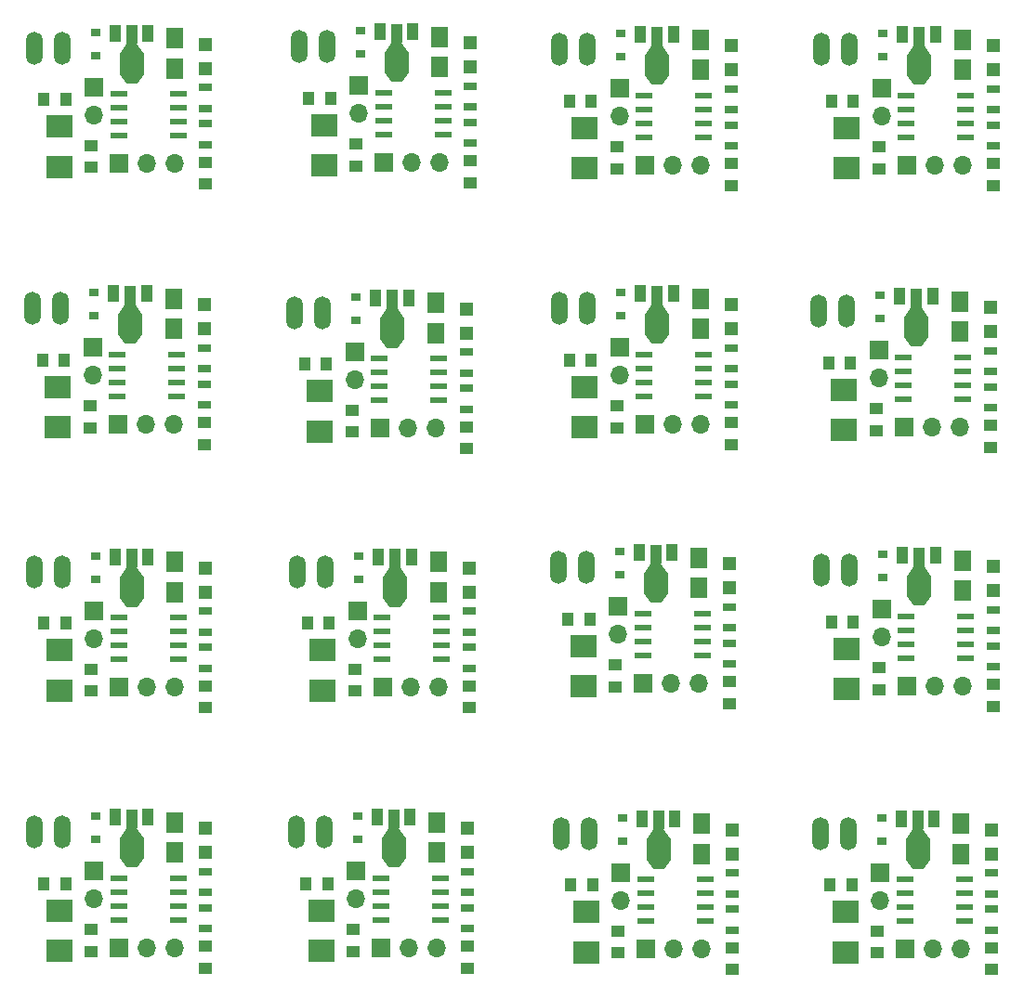
<source format=gts>
G04 #@! TF.FileFunction,Soldermask,Top*
%FSLAX46Y46*%
G04 Gerber Fmt 4.6, Leading zero omitted, Abs format (unit mm)*
G04 Created by KiCad (PCBNEW 4.0.7) date Fri May 25 13:22:47 2018*
%MOMM*%
%LPD*%
G01*
G04 APERTURE LIST*
%ADD10C,0.150000*%
%ADD11R,1.000000X1.250000*%
%ADD12R,1.250000X1.000000*%
%ADD13R,1.500000X1.950000*%
%ADD14R,1.200000X1.200000*%
%ADD15R,0.900000X0.800000*%
%ADD16R,1.550000X0.600000*%
%ADD17O,1.510000X3.010000*%
%ADD18R,1.300000X0.700000*%
%ADD19R,1.000000X1.500000*%
%ADD20R,1.000000X1.800000*%
%ADD21R,2.200000X1.840000*%
%ADD22R,2.400000X2.000000*%
%ADD23R,1.700000X1.700000*%
%ADD24O,1.700000X1.700000*%
G04 APERTURE END LIST*
D10*
D11*
X86852000Y-115062000D03*
X84852000Y-115062000D03*
D12*
X99568000Y-122793000D03*
X99568000Y-120793000D03*
X89154000Y-119269000D03*
X89154000Y-121269000D03*
D13*
X96774000Y-109496000D03*
X96774000Y-112246000D03*
D14*
X99568000Y-110025000D03*
X99568000Y-112225000D03*
D15*
X89535000Y-108932000D03*
X89535000Y-111032000D03*
D16*
X91661000Y-114554000D03*
X91661000Y-115824000D03*
X91661000Y-117094000D03*
X91661000Y-118364000D03*
X97061000Y-118364000D03*
X97061000Y-117094000D03*
X97061000Y-115824000D03*
X97061000Y-114554000D03*
D17*
X86487000Y-110363000D03*
X83947000Y-110363000D03*
D18*
X99568000Y-119187000D03*
X99568000Y-117287000D03*
X99568000Y-113985000D03*
X99568000Y-115885000D03*
D10*
G36*
X93937000Y-112732000D02*
X93337000Y-113582000D01*
X92337000Y-113582000D01*
X91737000Y-112732000D01*
X93937000Y-112732000D01*
X93937000Y-112732000D01*
G37*
D19*
X94337000Y-109010000D03*
D20*
X92837000Y-109156500D03*
D19*
X91337000Y-109010000D03*
D21*
X92837000Y-111823500D03*
D10*
G36*
X91737000Y-110913800D02*
X92437000Y-109913800D01*
X93237000Y-109913800D01*
X93937000Y-110913800D01*
X91737000Y-110913800D01*
X91737000Y-110913800D01*
G37*
D22*
X86233000Y-117530000D03*
X86233000Y-121230000D03*
D23*
X89408000Y-113919000D03*
D24*
X89408000Y-116459000D03*
D23*
X91694000Y-120904000D03*
D24*
X94234000Y-120904000D03*
X96774000Y-120904000D03*
D11*
X62722000Y-114935000D03*
X60722000Y-114935000D03*
D12*
X75438000Y-122666000D03*
X75438000Y-120666000D03*
X65024000Y-119142000D03*
X65024000Y-121142000D03*
D13*
X72644000Y-109369000D03*
X72644000Y-112119000D03*
D14*
X75438000Y-109898000D03*
X75438000Y-112098000D03*
D15*
X65405000Y-108805000D03*
X65405000Y-110905000D03*
D16*
X67531000Y-114427000D03*
X67531000Y-115697000D03*
X67531000Y-116967000D03*
X67531000Y-118237000D03*
X72931000Y-118237000D03*
X72931000Y-116967000D03*
X72931000Y-115697000D03*
X72931000Y-114427000D03*
D17*
X62357000Y-110236000D03*
X59817000Y-110236000D03*
D18*
X75438000Y-119060000D03*
X75438000Y-117160000D03*
X75438000Y-113858000D03*
X75438000Y-115758000D03*
D10*
G36*
X69807000Y-112605000D02*
X69207000Y-113455000D01*
X68207000Y-113455000D01*
X67607000Y-112605000D01*
X69807000Y-112605000D01*
X69807000Y-112605000D01*
G37*
D19*
X70207000Y-108883000D03*
D20*
X68707000Y-109029500D03*
D19*
X67207000Y-108883000D03*
D21*
X68707000Y-111696500D03*
D10*
G36*
X67607000Y-110786800D02*
X68307000Y-109786800D01*
X69107000Y-109786800D01*
X69807000Y-110786800D01*
X67607000Y-110786800D01*
X67607000Y-110786800D01*
G37*
D22*
X62103000Y-117403000D03*
X62103000Y-121103000D03*
D23*
X65278000Y-113792000D03*
D24*
X65278000Y-116332000D03*
D23*
X67564000Y-120777000D03*
D24*
X70104000Y-120777000D03*
X72644000Y-120777000D03*
D11*
X38846000Y-114935000D03*
X36846000Y-114935000D03*
D12*
X51562000Y-122666000D03*
X51562000Y-120666000D03*
X41148000Y-119142000D03*
X41148000Y-121142000D03*
D13*
X48768000Y-109369000D03*
X48768000Y-112119000D03*
D14*
X51562000Y-109898000D03*
X51562000Y-112098000D03*
D15*
X41529000Y-108805000D03*
X41529000Y-110905000D03*
D16*
X43655000Y-114427000D03*
X43655000Y-115697000D03*
X43655000Y-116967000D03*
X43655000Y-118237000D03*
X49055000Y-118237000D03*
X49055000Y-116967000D03*
X49055000Y-115697000D03*
X49055000Y-114427000D03*
D17*
X38481000Y-110236000D03*
X35941000Y-110236000D03*
D18*
X51562000Y-119060000D03*
X51562000Y-117160000D03*
X51562000Y-113858000D03*
X51562000Y-115758000D03*
D10*
G36*
X45931000Y-112605000D02*
X45331000Y-113455000D01*
X44331000Y-113455000D01*
X43731000Y-112605000D01*
X45931000Y-112605000D01*
X45931000Y-112605000D01*
G37*
D19*
X46331000Y-108883000D03*
D20*
X44831000Y-109029500D03*
D19*
X43331000Y-108883000D03*
D21*
X44831000Y-111696500D03*
D10*
G36*
X43731000Y-110786800D02*
X44431000Y-109786800D01*
X45231000Y-109786800D01*
X45931000Y-110786800D01*
X43731000Y-110786800D01*
X43731000Y-110786800D01*
G37*
D22*
X38227000Y-117403000D03*
X38227000Y-121103000D03*
D23*
X41402000Y-113792000D03*
D24*
X41402000Y-116332000D03*
D23*
X43688000Y-120777000D03*
D24*
X46228000Y-120777000D03*
X48768000Y-120777000D03*
D11*
X110601000Y-91059000D03*
X108601000Y-91059000D03*
D12*
X123317000Y-98790000D03*
X123317000Y-96790000D03*
X112903000Y-95266000D03*
X112903000Y-97266000D03*
D13*
X120523000Y-85493000D03*
X120523000Y-88243000D03*
D14*
X123317000Y-86022000D03*
X123317000Y-88222000D03*
D15*
X113284000Y-84929000D03*
X113284000Y-87029000D03*
D16*
X115410000Y-90551000D03*
X115410000Y-91821000D03*
X115410000Y-93091000D03*
X115410000Y-94361000D03*
X120810000Y-94361000D03*
X120810000Y-93091000D03*
X120810000Y-91821000D03*
X120810000Y-90551000D03*
D17*
X110236000Y-86360000D03*
X107696000Y-86360000D03*
D18*
X123317000Y-95184000D03*
X123317000Y-93284000D03*
X123317000Y-89982000D03*
X123317000Y-91882000D03*
D10*
G36*
X117686000Y-88729000D02*
X117086000Y-89579000D01*
X116086000Y-89579000D01*
X115486000Y-88729000D01*
X117686000Y-88729000D01*
X117686000Y-88729000D01*
G37*
D19*
X118086000Y-85007000D03*
D20*
X116586000Y-85153500D03*
D19*
X115086000Y-85007000D03*
D21*
X116586000Y-87820500D03*
D10*
G36*
X115486000Y-86910800D02*
X116186000Y-85910800D01*
X116986000Y-85910800D01*
X117686000Y-86910800D01*
X115486000Y-86910800D01*
X115486000Y-86910800D01*
G37*
D22*
X109982000Y-93527000D03*
X109982000Y-97227000D03*
D23*
X113157000Y-89916000D03*
D24*
X113157000Y-92456000D03*
D23*
X115443000Y-96901000D03*
D24*
X117983000Y-96901000D03*
X120523000Y-96901000D03*
D11*
X86598000Y-90805000D03*
X84598000Y-90805000D03*
D12*
X99314000Y-98536000D03*
X99314000Y-96536000D03*
X88900000Y-95012000D03*
X88900000Y-97012000D03*
D13*
X96520000Y-85239000D03*
X96520000Y-87989000D03*
D14*
X99314000Y-85768000D03*
X99314000Y-87968000D03*
D15*
X89281000Y-84675000D03*
X89281000Y-86775000D03*
D16*
X91407000Y-90297000D03*
X91407000Y-91567000D03*
X91407000Y-92837000D03*
X91407000Y-94107000D03*
X96807000Y-94107000D03*
X96807000Y-92837000D03*
X96807000Y-91567000D03*
X96807000Y-90297000D03*
D17*
X86233000Y-86106000D03*
X83693000Y-86106000D03*
D18*
X99314000Y-94930000D03*
X99314000Y-93030000D03*
X99314000Y-89728000D03*
X99314000Y-91628000D03*
D10*
G36*
X93683000Y-88475000D02*
X93083000Y-89325000D01*
X92083000Y-89325000D01*
X91483000Y-88475000D01*
X93683000Y-88475000D01*
X93683000Y-88475000D01*
G37*
D19*
X94083000Y-84753000D03*
D20*
X92583000Y-84899500D03*
D19*
X91083000Y-84753000D03*
D21*
X92583000Y-87566500D03*
D10*
G36*
X91483000Y-86656800D02*
X92183000Y-85656800D01*
X92983000Y-85656800D01*
X93683000Y-86656800D01*
X91483000Y-86656800D01*
X91483000Y-86656800D01*
G37*
D22*
X85979000Y-93273000D03*
X85979000Y-96973000D03*
D23*
X89154000Y-89662000D03*
D24*
X89154000Y-92202000D03*
D23*
X91440000Y-96647000D03*
D24*
X93980000Y-96647000D03*
X96520000Y-96647000D03*
D11*
X62849000Y-91186000D03*
X60849000Y-91186000D03*
D12*
X75565000Y-98917000D03*
X75565000Y-96917000D03*
X65151000Y-95393000D03*
X65151000Y-97393000D03*
D13*
X72771000Y-85620000D03*
X72771000Y-88370000D03*
D14*
X75565000Y-86149000D03*
X75565000Y-88349000D03*
D15*
X65532000Y-85056000D03*
X65532000Y-87156000D03*
D16*
X67658000Y-90678000D03*
X67658000Y-91948000D03*
X67658000Y-93218000D03*
X67658000Y-94488000D03*
X73058000Y-94488000D03*
X73058000Y-93218000D03*
X73058000Y-91948000D03*
X73058000Y-90678000D03*
D17*
X62484000Y-86487000D03*
X59944000Y-86487000D03*
D18*
X75565000Y-95311000D03*
X75565000Y-93411000D03*
X75565000Y-90109000D03*
X75565000Y-92009000D03*
D10*
G36*
X69934000Y-88856000D02*
X69334000Y-89706000D01*
X68334000Y-89706000D01*
X67734000Y-88856000D01*
X69934000Y-88856000D01*
X69934000Y-88856000D01*
G37*
D19*
X70334000Y-85134000D03*
D20*
X68834000Y-85280500D03*
D19*
X67334000Y-85134000D03*
D21*
X68834000Y-87947500D03*
D10*
G36*
X67734000Y-87037800D02*
X68434000Y-86037800D01*
X69234000Y-86037800D01*
X69934000Y-87037800D01*
X67734000Y-87037800D01*
X67734000Y-87037800D01*
G37*
D22*
X62230000Y-93654000D03*
X62230000Y-97354000D03*
D23*
X65405000Y-90043000D03*
D24*
X65405000Y-92583000D03*
D23*
X67691000Y-97028000D03*
D24*
X70231000Y-97028000D03*
X72771000Y-97028000D03*
D11*
X38846000Y-91186000D03*
X36846000Y-91186000D03*
D12*
X51562000Y-98917000D03*
X51562000Y-96917000D03*
X41148000Y-95393000D03*
X41148000Y-97393000D03*
D13*
X48768000Y-85620000D03*
X48768000Y-88370000D03*
D14*
X51562000Y-86149000D03*
X51562000Y-88349000D03*
D15*
X41529000Y-85056000D03*
X41529000Y-87156000D03*
D16*
X43655000Y-90678000D03*
X43655000Y-91948000D03*
X43655000Y-93218000D03*
X43655000Y-94488000D03*
X49055000Y-94488000D03*
X49055000Y-93218000D03*
X49055000Y-91948000D03*
X49055000Y-90678000D03*
D17*
X38481000Y-86487000D03*
X35941000Y-86487000D03*
D18*
X51562000Y-95311000D03*
X51562000Y-93411000D03*
X51562000Y-90109000D03*
X51562000Y-92009000D03*
D10*
G36*
X45931000Y-88856000D02*
X45331000Y-89706000D01*
X44331000Y-89706000D01*
X43731000Y-88856000D01*
X45931000Y-88856000D01*
X45931000Y-88856000D01*
G37*
D19*
X46331000Y-85134000D03*
D20*
X44831000Y-85280500D03*
D19*
X43331000Y-85134000D03*
D21*
X44831000Y-87947500D03*
D10*
G36*
X43731000Y-87037800D02*
X44431000Y-86037800D01*
X45231000Y-86037800D01*
X45931000Y-87037800D01*
X43731000Y-87037800D01*
X43731000Y-87037800D01*
G37*
D22*
X38227000Y-93654000D03*
X38227000Y-97354000D03*
D23*
X41402000Y-90043000D03*
D24*
X41402000Y-92583000D03*
D23*
X43688000Y-97028000D03*
D24*
X46228000Y-97028000D03*
X48768000Y-97028000D03*
D23*
X115316000Y-120904000D03*
D24*
X117856000Y-120904000D03*
X120396000Y-120904000D03*
D23*
X113030000Y-113919000D03*
D24*
X113030000Y-116459000D03*
D22*
X109855000Y-117530000D03*
X109855000Y-121230000D03*
D10*
G36*
X117559000Y-112732000D02*
X116959000Y-113582000D01*
X115959000Y-113582000D01*
X115359000Y-112732000D01*
X117559000Y-112732000D01*
X117559000Y-112732000D01*
G37*
D19*
X117959000Y-109010000D03*
D20*
X116459000Y-109156500D03*
D19*
X114959000Y-109010000D03*
D21*
X116459000Y-111823500D03*
D10*
G36*
X115359000Y-110913800D02*
X116059000Y-109913800D01*
X116859000Y-109913800D01*
X117559000Y-110913800D01*
X115359000Y-110913800D01*
X115359000Y-110913800D01*
G37*
D18*
X123190000Y-113985000D03*
X123190000Y-115885000D03*
X123190000Y-119187000D03*
X123190000Y-117287000D03*
D17*
X110109000Y-110363000D03*
X107569000Y-110363000D03*
D16*
X115283000Y-114554000D03*
X115283000Y-115824000D03*
X115283000Y-117094000D03*
X115283000Y-118364000D03*
X120683000Y-118364000D03*
X120683000Y-117094000D03*
X120683000Y-115824000D03*
X120683000Y-114554000D03*
D15*
X113157000Y-108932000D03*
X113157000Y-111032000D03*
D14*
X123190000Y-110025000D03*
X123190000Y-112225000D03*
D13*
X120396000Y-109496000D03*
X120396000Y-112246000D03*
D12*
X112776000Y-119269000D03*
X112776000Y-121269000D03*
X123190000Y-122793000D03*
X123190000Y-120793000D03*
D11*
X110474000Y-115062000D03*
X108474000Y-115062000D03*
D23*
X91567000Y-73025000D03*
D24*
X94107000Y-73025000D03*
X96647000Y-73025000D03*
D23*
X89281000Y-66040000D03*
D24*
X89281000Y-68580000D03*
D22*
X86106000Y-69651000D03*
X86106000Y-73351000D03*
D10*
G36*
X93810000Y-64853000D02*
X93210000Y-65703000D01*
X92210000Y-65703000D01*
X91610000Y-64853000D01*
X93810000Y-64853000D01*
X93810000Y-64853000D01*
G37*
D19*
X94210000Y-61131000D03*
D20*
X92710000Y-61277500D03*
D19*
X91210000Y-61131000D03*
D21*
X92710000Y-63944500D03*
D10*
G36*
X91610000Y-63034800D02*
X92310000Y-62034800D01*
X93110000Y-62034800D01*
X93810000Y-63034800D01*
X91610000Y-63034800D01*
X91610000Y-63034800D01*
G37*
D18*
X99441000Y-66106000D03*
X99441000Y-68006000D03*
X99441000Y-71308000D03*
X99441000Y-69408000D03*
D17*
X86360000Y-62484000D03*
X83820000Y-62484000D03*
D16*
X91534000Y-66675000D03*
X91534000Y-67945000D03*
X91534000Y-69215000D03*
X91534000Y-70485000D03*
X96934000Y-70485000D03*
X96934000Y-69215000D03*
X96934000Y-67945000D03*
X96934000Y-66675000D03*
D15*
X89408000Y-61053000D03*
X89408000Y-63153000D03*
D14*
X99441000Y-62146000D03*
X99441000Y-64346000D03*
D13*
X96647000Y-61617000D03*
X96647000Y-64367000D03*
D12*
X89027000Y-71390000D03*
X89027000Y-73390000D03*
X99441000Y-74914000D03*
X99441000Y-72914000D03*
D11*
X86725000Y-67183000D03*
X84725000Y-67183000D03*
D23*
X67437000Y-73406000D03*
D24*
X69977000Y-73406000D03*
X72517000Y-73406000D03*
D23*
X65151000Y-66421000D03*
D24*
X65151000Y-68961000D03*
D22*
X61976000Y-70032000D03*
X61976000Y-73732000D03*
D10*
G36*
X69680000Y-65234000D02*
X69080000Y-66084000D01*
X68080000Y-66084000D01*
X67480000Y-65234000D01*
X69680000Y-65234000D01*
X69680000Y-65234000D01*
G37*
D19*
X70080000Y-61512000D03*
D20*
X68580000Y-61658500D03*
D19*
X67080000Y-61512000D03*
D21*
X68580000Y-64325500D03*
D10*
G36*
X67480000Y-63415800D02*
X68180000Y-62415800D01*
X68980000Y-62415800D01*
X69680000Y-63415800D01*
X67480000Y-63415800D01*
X67480000Y-63415800D01*
G37*
D18*
X75311000Y-66487000D03*
X75311000Y-68387000D03*
X75311000Y-71689000D03*
X75311000Y-69789000D03*
D17*
X62230000Y-62865000D03*
X59690000Y-62865000D03*
D16*
X67404000Y-67056000D03*
X67404000Y-68326000D03*
X67404000Y-69596000D03*
X67404000Y-70866000D03*
X72804000Y-70866000D03*
X72804000Y-69596000D03*
X72804000Y-68326000D03*
X72804000Y-67056000D03*
D15*
X65278000Y-61434000D03*
X65278000Y-63534000D03*
D14*
X75311000Y-62527000D03*
X75311000Y-64727000D03*
D13*
X72517000Y-61998000D03*
X72517000Y-64748000D03*
D12*
X64897000Y-71771000D03*
X64897000Y-73771000D03*
X75311000Y-75295000D03*
X75311000Y-73295000D03*
D11*
X62595000Y-67564000D03*
X60595000Y-67564000D03*
D23*
X43561000Y-73025000D03*
D24*
X46101000Y-73025000D03*
X48641000Y-73025000D03*
D23*
X41275000Y-66040000D03*
D24*
X41275000Y-68580000D03*
D22*
X38100000Y-69651000D03*
X38100000Y-73351000D03*
D10*
G36*
X45804000Y-64853000D02*
X45204000Y-65703000D01*
X44204000Y-65703000D01*
X43604000Y-64853000D01*
X45804000Y-64853000D01*
X45804000Y-64853000D01*
G37*
D19*
X46204000Y-61131000D03*
D20*
X44704000Y-61277500D03*
D19*
X43204000Y-61131000D03*
D21*
X44704000Y-63944500D03*
D10*
G36*
X43604000Y-63034800D02*
X44304000Y-62034800D01*
X45104000Y-62034800D01*
X45804000Y-63034800D01*
X43604000Y-63034800D01*
X43604000Y-63034800D01*
G37*
D18*
X51435000Y-66106000D03*
X51435000Y-68006000D03*
X51435000Y-71308000D03*
X51435000Y-69408000D03*
D17*
X38354000Y-62484000D03*
X35814000Y-62484000D03*
D16*
X43528000Y-66675000D03*
X43528000Y-67945000D03*
X43528000Y-69215000D03*
X43528000Y-70485000D03*
X48928000Y-70485000D03*
X48928000Y-69215000D03*
X48928000Y-67945000D03*
X48928000Y-66675000D03*
D15*
X41402000Y-61053000D03*
X41402000Y-63153000D03*
D14*
X51435000Y-62146000D03*
X51435000Y-64346000D03*
D13*
X48641000Y-61617000D03*
X48641000Y-64367000D03*
D12*
X41021000Y-71390000D03*
X41021000Y-73390000D03*
X51435000Y-74914000D03*
X51435000Y-72914000D03*
D11*
X38719000Y-67183000D03*
X36719000Y-67183000D03*
D23*
X115443000Y-49403000D03*
D24*
X117983000Y-49403000D03*
X120523000Y-49403000D03*
D23*
X113157000Y-42418000D03*
D24*
X113157000Y-44958000D03*
D22*
X109982000Y-46029000D03*
X109982000Y-49729000D03*
D10*
G36*
X117686000Y-41231000D02*
X117086000Y-42081000D01*
X116086000Y-42081000D01*
X115486000Y-41231000D01*
X117686000Y-41231000D01*
X117686000Y-41231000D01*
G37*
D19*
X118086000Y-37509000D03*
D20*
X116586000Y-37655500D03*
D19*
X115086000Y-37509000D03*
D21*
X116586000Y-40322500D03*
D10*
G36*
X115486000Y-39412800D02*
X116186000Y-38412800D01*
X116986000Y-38412800D01*
X117686000Y-39412800D01*
X115486000Y-39412800D01*
X115486000Y-39412800D01*
G37*
D18*
X123317000Y-42484000D03*
X123317000Y-44384000D03*
X123317000Y-47686000D03*
X123317000Y-45786000D03*
D17*
X110236000Y-38862000D03*
X107696000Y-38862000D03*
D16*
X115410000Y-43053000D03*
X115410000Y-44323000D03*
X115410000Y-45593000D03*
X115410000Y-46863000D03*
X120810000Y-46863000D03*
X120810000Y-45593000D03*
X120810000Y-44323000D03*
X120810000Y-43053000D03*
D15*
X113284000Y-37431000D03*
X113284000Y-39531000D03*
D14*
X123317000Y-38524000D03*
X123317000Y-40724000D03*
D13*
X120523000Y-37995000D03*
X120523000Y-40745000D03*
D12*
X112903000Y-47768000D03*
X112903000Y-49768000D03*
X123317000Y-51292000D03*
X123317000Y-49292000D03*
D11*
X110601000Y-43561000D03*
X108601000Y-43561000D03*
D23*
X91567000Y-49403000D03*
D24*
X94107000Y-49403000D03*
X96647000Y-49403000D03*
D23*
X89281000Y-42418000D03*
D24*
X89281000Y-44958000D03*
D22*
X86106000Y-46029000D03*
X86106000Y-49729000D03*
D10*
G36*
X93810000Y-41231000D02*
X93210000Y-42081000D01*
X92210000Y-42081000D01*
X91610000Y-41231000D01*
X93810000Y-41231000D01*
X93810000Y-41231000D01*
G37*
D19*
X94210000Y-37509000D03*
D20*
X92710000Y-37655500D03*
D19*
X91210000Y-37509000D03*
D21*
X92710000Y-40322500D03*
D10*
G36*
X91610000Y-39412800D02*
X92310000Y-38412800D01*
X93110000Y-38412800D01*
X93810000Y-39412800D01*
X91610000Y-39412800D01*
X91610000Y-39412800D01*
G37*
D18*
X99441000Y-42484000D03*
X99441000Y-44384000D03*
X99441000Y-47686000D03*
X99441000Y-45786000D03*
D17*
X86360000Y-38862000D03*
X83820000Y-38862000D03*
D16*
X91534000Y-43053000D03*
X91534000Y-44323000D03*
X91534000Y-45593000D03*
X91534000Y-46863000D03*
X96934000Y-46863000D03*
X96934000Y-45593000D03*
X96934000Y-44323000D03*
X96934000Y-43053000D03*
D15*
X89408000Y-37431000D03*
X89408000Y-39531000D03*
D14*
X99441000Y-38524000D03*
X99441000Y-40724000D03*
D13*
X96647000Y-37995000D03*
X96647000Y-40745000D03*
D12*
X89027000Y-47768000D03*
X89027000Y-49768000D03*
X99441000Y-51292000D03*
X99441000Y-49292000D03*
D11*
X86725000Y-43561000D03*
X84725000Y-43561000D03*
X110347000Y-67437000D03*
X108347000Y-67437000D03*
D12*
X123063000Y-75168000D03*
X123063000Y-73168000D03*
X112649000Y-71644000D03*
X112649000Y-73644000D03*
D13*
X120269000Y-61871000D03*
X120269000Y-64621000D03*
D14*
X123063000Y-62400000D03*
X123063000Y-64600000D03*
D15*
X113030000Y-61307000D03*
X113030000Y-63407000D03*
D16*
X115156000Y-66929000D03*
X115156000Y-68199000D03*
X115156000Y-69469000D03*
X115156000Y-70739000D03*
X120556000Y-70739000D03*
X120556000Y-69469000D03*
X120556000Y-68199000D03*
X120556000Y-66929000D03*
D17*
X109982000Y-62738000D03*
X107442000Y-62738000D03*
D18*
X123063000Y-71562000D03*
X123063000Y-69662000D03*
X123063000Y-66360000D03*
X123063000Y-68260000D03*
D10*
G36*
X117432000Y-65107000D02*
X116832000Y-65957000D01*
X115832000Y-65957000D01*
X115232000Y-65107000D01*
X117432000Y-65107000D01*
X117432000Y-65107000D01*
G37*
D19*
X117832000Y-61385000D03*
D20*
X116332000Y-61531500D03*
D19*
X114832000Y-61385000D03*
D21*
X116332000Y-64198500D03*
D10*
G36*
X115232000Y-63288800D02*
X115932000Y-62288800D01*
X116732000Y-62288800D01*
X117432000Y-63288800D01*
X115232000Y-63288800D01*
X115232000Y-63288800D01*
G37*
D22*
X109728000Y-69905000D03*
X109728000Y-73605000D03*
D23*
X112903000Y-66294000D03*
D24*
X112903000Y-68834000D03*
D23*
X115189000Y-73279000D03*
D24*
X117729000Y-73279000D03*
X120269000Y-73279000D03*
D23*
X67818000Y-49149000D03*
D24*
X70358000Y-49149000D03*
X72898000Y-49149000D03*
D23*
X65532000Y-42164000D03*
D24*
X65532000Y-44704000D03*
D22*
X62357000Y-45775000D03*
X62357000Y-49475000D03*
D10*
G36*
X70061000Y-40977000D02*
X69461000Y-41827000D01*
X68461000Y-41827000D01*
X67861000Y-40977000D01*
X70061000Y-40977000D01*
X70061000Y-40977000D01*
G37*
D19*
X70461000Y-37255000D03*
D20*
X68961000Y-37401500D03*
D19*
X67461000Y-37255000D03*
D21*
X68961000Y-40068500D03*
D10*
G36*
X67861000Y-39158800D02*
X68561000Y-38158800D01*
X69361000Y-38158800D01*
X70061000Y-39158800D01*
X67861000Y-39158800D01*
X67861000Y-39158800D01*
G37*
D18*
X75692000Y-42230000D03*
X75692000Y-44130000D03*
X75692000Y-47432000D03*
X75692000Y-45532000D03*
D17*
X62611000Y-38608000D03*
X60071000Y-38608000D03*
D16*
X67785000Y-42799000D03*
X67785000Y-44069000D03*
X67785000Y-45339000D03*
X67785000Y-46609000D03*
X73185000Y-46609000D03*
X73185000Y-45339000D03*
X73185000Y-44069000D03*
X73185000Y-42799000D03*
D15*
X65659000Y-37177000D03*
X65659000Y-39277000D03*
D14*
X75692000Y-38270000D03*
X75692000Y-40470000D03*
D13*
X72898000Y-37741000D03*
X72898000Y-40491000D03*
D12*
X65278000Y-47514000D03*
X65278000Y-49514000D03*
X75692000Y-51038000D03*
X75692000Y-49038000D03*
D11*
X62976000Y-43307000D03*
X60976000Y-43307000D03*
X38846000Y-43434000D03*
X36846000Y-43434000D03*
D12*
X51562000Y-51165000D03*
X51562000Y-49165000D03*
X41148000Y-47641000D03*
X41148000Y-49641000D03*
D13*
X48768000Y-37868000D03*
X48768000Y-40618000D03*
D14*
X51562000Y-38397000D03*
X51562000Y-40597000D03*
D15*
X41529000Y-37304000D03*
X41529000Y-39404000D03*
D16*
X43655000Y-42926000D03*
X43655000Y-44196000D03*
X43655000Y-45466000D03*
X43655000Y-46736000D03*
X49055000Y-46736000D03*
X49055000Y-45466000D03*
X49055000Y-44196000D03*
X49055000Y-42926000D03*
D17*
X38481000Y-38735000D03*
X35941000Y-38735000D03*
D18*
X51562000Y-47559000D03*
X51562000Y-45659000D03*
X51562000Y-42357000D03*
X51562000Y-44257000D03*
D10*
G36*
X45931000Y-41104000D02*
X45331000Y-41954000D01*
X44331000Y-41954000D01*
X43731000Y-41104000D01*
X45931000Y-41104000D01*
X45931000Y-41104000D01*
G37*
D19*
X46331000Y-37382000D03*
D20*
X44831000Y-37528500D03*
D19*
X43331000Y-37382000D03*
D21*
X44831000Y-40195500D03*
D10*
G36*
X43731000Y-39285800D02*
X44431000Y-38285800D01*
X45231000Y-38285800D01*
X45931000Y-39285800D01*
X43731000Y-39285800D01*
X43731000Y-39285800D01*
G37*
D22*
X38227000Y-45902000D03*
X38227000Y-49602000D03*
D23*
X41402000Y-42291000D03*
D24*
X41402000Y-44831000D03*
D23*
X43688000Y-49276000D03*
D24*
X46228000Y-49276000D03*
X48768000Y-49276000D03*
M02*

</source>
